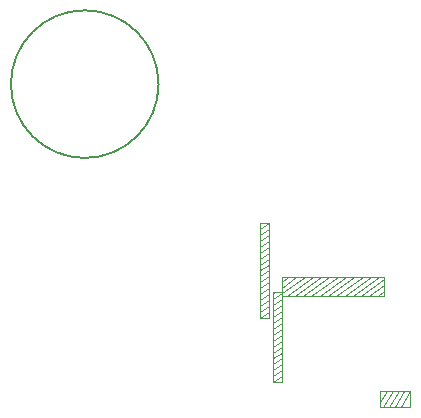
<source format=gbr>
%TF.GenerationSoftware,KiCad,Pcbnew,(5.0.1)-4*%
%TF.CreationDate,2018-12-18T14:51:31-07:00*%
%TF.ProjectId,SprinklerControllerSTM,537072696E6B6C6572436F6E74726F6C,rev?*%
%TF.SameCoordinates,Original*%
%TF.FileFunction,Drawing*%
%FSLAX46Y46*%
G04 Gerber Fmt 4.6, Leading zero omitted, Abs format (unit mm)*
G04 Created by KiCad (PCBNEW (5.0.1)-4) date 12/18/2018 2:51:31 PM*
%MOMM*%
%LPD*%
G01*
G04 APERTURE LIST*
%ADD10C,0.100000*%
%ADD11C,0.150000*%
G04 APERTURE END LIST*
D10*
X74819000Y-133419000D02*
X73569000Y-134319000D01*
X74119000Y-133419000D02*
X73569000Y-133819000D01*
X76219000Y-133419000D02*
X73994000Y-135019000D01*
X73569000Y-134819000D02*
X75519000Y-133419000D01*
X72869000Y-135319000D02*
X73569000Y-134819000D01*
X72869000Y-134819000D02*
X73019000Y-134719000D01*
X72869000Y-135819000D02*
X73569000Y-135319000D01*
X72869000Y-136319000D02*
X73569000Y-135819000D01*
X72869000Y-136819000D02*
X73569000Y-136319000D01*
X72869000Y-137319000D02*
X73569000Y-136819000D01*
X72869000Y-137819000D02*
X73569000Y-137319000D01*
X72869000Y-138319000D02*
X73569000Y-137819000D01*
X72869000Y-138819000D02*
X73569000Y-138319000D01*
X72869000Y-139319000D02*
X73569000Y-138819000D01*
X72869000Y-139819000D02*
X73569000Y-139319000D01*
X72869000Y-140319000D02*
X73569000Y-139819000D01*
X72869000Y-140819000D02*
X73569000Y-140319000D01*
X72869000Y-141319000D02*
X73569000Y-140819000D01*
X72869000Y-141819000D02*
X73569000Y-141319000D01*
X72869000Y-142319000D02*
X73569000Y-141819000D01*
X72519000Y-136369000D02*
X71769000Y-136869000D01*
X72519000Y-135869000D02*
X71769000Y-136369000D01*
X72519000Y-135369000D02*
X71769000Y-135869000D01*
X72519000Y-134869000D02*
X71769000Y-135369000D01*
X72519000Y-134369000D02*
X71769000Y-134869000D01*
X72519000Y-133869000D02*
X71769000Y-134369000D01*
X72519000Y-133369000D02*
X71769000Y-133869000D01*
X72519000Y-132869000D02*
X71769000Y-133369000D01*
X72519000Y-132369000D02*
X71769000Y-132869000D01*
X72519000Y-131869000D02*
X71769000Y-132369000D01*
X72519000Y-131369000D02*
X71769000Y-131869000D01*
X72519000Y-130869000D02*
X71769000Y-131369000D01*
X72519000Y-130369000D02*
X71769000Y-130869000D01*
X72519000Y-129869000D02*
X71769000Y-130369000D01*
X72519000Y-129369000D02*
X71769000Y-129869000D01*
X72519000Y-128869000D02*
X71769000Y-129369000D01*
X82469000Y-143119000D02*
X81919000Y-144019000D01*
X82969000Y-143119000D02*
X82169000Y-144469000D01*
X83469000Y-143119000D02*
X82669000Y-144469000D01*
X83969000Y-143119000D02*
X83169000Y-144469000D01*
X84469000Y-143119000D02*
X83669000Y-144469000D01*
X71769000Y-136919000D02*
X71769000Y-128869000D01*
X72519000Y-136919000D02*
X71769000Y-136919000D01*
X72519000Y-128869000D02*
X72519000Y-136919000D01*
X71769000Y-128869000D02*
X72519000Y-128869000D01*
X72869000Y-142319000D02*
X72869000Y-134719000D01*
X73569000Y-142319000D02*
X72869000Y-142319000D01*
X73569000Y-133419000D02*
X73569000Y-142319000D01*
X72869000Y-134719000D02*
X73569000Y-134719000D01*
X81919000Y-144469000D02*
X81919000Y-143119000D01*
X84469000Y-144469000D02*
X81919000Y-144469000D01*
X84469000Y-143119000D02*
X84469000Y-144469000D01*
X81919000Y-143119000D02*
X84469000Y-143119000D01*
X82269000Y-135019000D02*
X73569000Y-135019000D01*
X82269000Y-133419000D02*
X82269000Y-135019000D01*
X73569000Y-133419000D02*
X82269000Y-133419000D01*
X76919000Y-133419000D02*
X74694000Y-135019000D01*
X77619000Y-133419000D02*
X75394000Y-135019000D01*
X78319000Y-133419000D02*
X76094000Y-135019000D01*
X79019000Y-133419000D02*
X76794000Y-135019000D01*
X79719000Y-133419000D02*
X77494000Y-135019000D01*
X80419000Y-133419000D02*
X78194000Y-135019000D01*
X81119000Y-133419000D02*
X78894000Y-135019000D01*
X81819000Y-133419000D02*
X79594000Y-135019000D01*
X82269000Y-133619000D02*
X80294000Y-135019000D01*
X82269000Y-134119000D02*
X80994000Y-135019000D01*
X82269000Y-134619000D02*
X81694000Y-135019000D01*
D11*
X63146000Y-117094000D02*
G75*
G03X63146000Y-117094000I-6250000J0D01*
G01*
M02*

</source>
